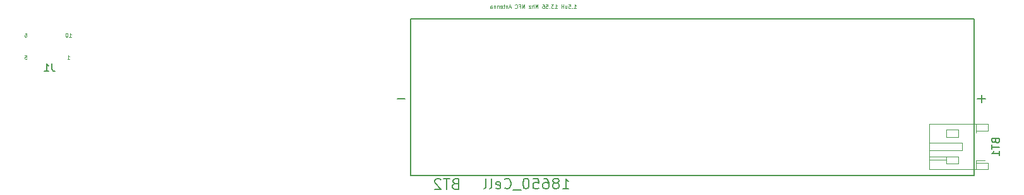
<source format=gbr>
%TF.GenerationSoftware,KiCad,Pcbnew,8.0.2*%
%TF.CreationDate,2024-12-18T00:09:30-05:00*%
%TF.ProjectId,Scoreboard,53636f72-6562-46f6-9172-642e6b696361,rev?*%
%TF.SameCoordinates,Original*%
%TF.FileFunction,Legend,Bot*%
%TF.FilePolarity,Positive*%
%FSLAX46Y46*%
G04 Gerber Fmt 4.6, Leading zero omitted, Abs format (unit mm)*
G04 Created by KiCad (PCBNEW 8.0.2) date 2024-12-18 00:09:30*
%MOMM*%
%LPD*%
G01*
G04 APERTURE LIST*
%ADD10C,0.150000*%
%ADD11C,0.080000*%
%ADD12C,0.075000*%
%ADD13C,0.127000*%
%ADD14C,0.120000*%
G04 APERTURE END LIST*
D10*
X90413333Y-146635819D02*
X90413333Y-147350104D01*
X90413333Y-147350104D02*
X90460952Y-147492961D01*
X90460952Y-147492961D02*
X90556190Y-147588200D01*
X90556190Y-147588200D02*
X90699047Y-147635819D01*
X90699047Y-147635819D02*
X90794285Y-147635819D01*
X89413333Y-147635819D02*
X89984761Y-147635819D01*
X89699047Y-147635819D02*
X89699047Y-146635819D01*
X89699047Y-146635819D02*
X89794285Y-146778676D01*
X89794285Y-146778676D02*
X89889523Y-146873914D01*
X89889523Y-146873914D02*
X89984761Y-146921533D01*
D11*
X92715237Y-143026649D02*
X93000951Y-143026649D01*
X92858094Y-143026649D02*
X92858094Y-142526649D01*
X92858094Y-142526649D02*
X92905713Y-142598078D01*
X92905713Y-142598078D02*
X92953332Y-142645697D01*
X92953332Y-142645697D02*
X93000951Y-142669506D01*
X92405714Y-142526649D02*
X92358095Y-142526649D01*
X92358095Y-142526649D02*
X92310476Y-142550459D01*
X92310476Y-142550459D02*
X92286666Y-142574268D01*
X92286666Y-142574268D02*
X92262857Y-142621887D01*
X92262857Y-142621887D02*
X92239047Y-142717125D01*
X92239047Y-142717125D02*
X92239047Y-142836173D01*
X92239047Y-142836173D02*
X92262857Y-142931411D01*
X92262857Y-142931411D02*
X92286666Y-142979030D01*
X92286666Y-142979030D02*
X92310476Y-143002840D01*
X92310476Y-143002840D02*
X92358095Y-143026649D01*
X92358095Y-143026649D02*
X92405714Y-143026649D01*
X92405714Y-143026649D02*
X92453333Y-143002840D01*
X92453333Y-143002840D02*
X92477142Y-142979030D01*
X92477142Y-142979030D02*
X92500952Y-142931411D01*
X92500952Y-142931411D02*
X92524761Y-142836173D01*
X92524761Y-142836173D02*
X92524761Y-142717125D01*
X92524761Y-142717125D02*
X92500952Y-142621887D01*
X92500952Y-142621887D02*
X92477142Y-142574268D01*
X92477142Y-142574268D02*
X92453333Y-142550459D01*
X92453333Y-142550459D02*
X92405714Y-142526649D01*
X92477142Y-146011149D02*
X92762856Y-146011149D01*
X92619999Y-146011149D02*
X92619999Y-145511149D01*
X92619999Y-145511149D02*
X92667618Y-145582578D01*
X92667618Y-145582578D02*
X92715237Y-145630197D01*
X92715237Y-145630197D02*
X92762856Y-145654006D01*
X86785952Y-145511149D02*
X87024047Y-145511149D01*
X87024047Y-145511149D02*
X87047856Y-145749244D01*
X87047856Y-145749244D02*
X87024047Y-145725435D01*
X87024047Y-145725435D02*
X86976428Y-145701625D01*
X86976428Y-145701625D02*
X86857380Y-145701625D01*
X86857380Y-145701625D02*
X86809761Y-145725435D01*
X86809761Y-145725435D02*
X86785952Y-145749244D01*
X86785952Y-145749244D02*
X86762142Y-145796863D01*
X86762142Y-145796863D02*
X86762142Y-145915911D01*
X86762142Y-145915911D02*
X86785952Y-145963530D01*
X86785952Y-145963530D02*
X86809761Y-145987340D01*
X86809761Y-145987340D02*
X86857380Y-146011149D01*
X86857380Y-146011149D02*
X86976428Y-146011149D01*
X86976428Y-146011149D02*
X87024047Y-145987340D01*
X87024047Y-145987340D02*
X87047856Y-145963530D01*
X86809761Y-142526649D02*
X86904999Y-142526649D01*
X86904999Y-142526649D02*
X86952618Y-142550459D01*
X86952618Y-142550459D02*
X86976428Y-142574268D01*
X86976428Y-142574268D02*
X87024047Y-142645697D01*
X87024047Y-142645697D02*
X87047856Y-142740935D01*
X87047856Y-142740935D02*
X87047856Y-142931411D01*
X87047856Y-142931411D02*
X87024047Y-142979030D01*
X87024047Y-142979030D02*
X87000237Y-143002840D01*
X87000237Y-143002840D02*
X86952618Y-143026649D01*
X86952618Y-143026649D02*
X86857380Y-143026649D01*
X86857380Y-143026649D02*
X86809761Y-143002840D01*
X86809761Y-143002840D02*
X86785952Y-142979030D01*
X86785952Y-142979030D02*
X86762142Y-142931411D01*
X86762142Y-142931411D02*
X86762142Y-142812363D01*
X86762142Y-142812363D02*
X86785952Y-142764744D01*
X86785952Y-142764744D02*
X86809761Y-142740935D01*
X86809761Y-142740935D02*
X86857380Y-142717125D01*
X86857380Y-142717125D02*
X86952618Y-142717125D01*
X86952618Y-142717125D02*
X87000237Y-142740935D01*
X87000237Y-142740935D02*
X87024047Y-142764744D01*
X87024047Y-142764744D02*
X87047856Y-142812363D01*
D10*
X144450000Y-162781533D02*
X144250000Y-162848200D01*
X144250000Y-162848200D02*
X144183333Y-162914866D01*
X144183333Y-162914866D02*
X144116666Y-163048200D01*
X144116666Y-163048200D02*
X144116666Y-163248200D01*
X144116666Y-163248200D02*
X144183333Y-163381533D01*
X144183333Y-163381533D02*
X144250000Y-163448200D01*
X144250000Y-163448200D02*
X144383333Y-163514866D01*
X144383333Y-163514866D02*
X144916666Y-163514866D01*
X144916666Y-163514866D02*
X144916666Y-162114866D01*
X144916666Y-162114866D02*
X144450000Y-162114866D01*
X144450000Y-162114866D02*
X144316666Y-162181533D01*
X144316666Y-162181533D02*
X144250000Y-162248200D01*
X144250000Y-162248200D02*
X144183333Y-162381533D01*
X144183333Y-162381533D02*
X144183333Y-162514866D01*
X144183333Y-162514866D02*
X144250000Y-162648200D01*
X144250000Y-162648200D02*
X144316666Y-162714866D01*
X144316666Y-162714866D02*
X144450000Y-162781533D01*
X144450000Y-162781533D02*
X144916666Y-162781533D01*
X143716666Y-162114866D02*
X142916666Y-162114866D01*
X143316666Y-163514866D02*
X143316666Y-162114866D01*
X142516666Y-162248200D02*
X142449999Y-162181533D01*
X142449999Y-162181533D02*
X142316666Y-162114866D01*
X142316666Y-162114866D02*
X141983333Y-162114866D01*
X141983333Y-162114866D02*
X141849999Y-162181533D01*
X141849999Y-162181533D02*
X141783333Y-162248200D01*
X141783333Y-162248200D02*
X141716666Y-162381533D01*
X141716666Y-162381533D02*
X141716666Y-162514866D01*
X141716666Y-162514866D02*
X141783333Y-162714866D01*
X141783333Y-162714866D02*
X142583333Y-163514866D01*
X142583333Y-163514866D02*
X141716666Y-163514866D01*
X158883332Y-163464866D02*
X159683332Y-163464866D01*
X159283332Y-163464866D02*
X159283332Y-162064866D01*
X159283332Y-162064866D02*
X159416665Y-162264866D01*
X159416665Y-162264866D02*
X159549999Y-162398200D01*
X159549999Y-162398200D02*
X159683332Y-162464866D01*
X158083332Y-162664866D02*
X158216666Y-162598200D01*
X158216666Y-162598200D02*
X158283332Y-162531533D01*
X158283332Y-162531533D02*
X158349999Y-162398200D01*
X158349999Y-162398200D02*
X158349999Y-162331533D01*
X158349999Y-162331533D02*
X158283332Y-162198200D01*
X158283332Y-162198200D02*
X158216666Y-162131533D01*
X158216666Y-162131533D02*
X158083332Y-162064866D01*
X158083332Y-162064866D02*
X157816666Y-162064866D01*
X157816666Y-162064866D02*
X157683332Y-162131533D01*
X157683332Y-162131533D02*
X157616666Y-162198200D01*
X157616666Y-162198200D02*
X157549999Y-162331533D01*
X157549999Y-162331533D02*
X157549999Y-162398200D01*
X157549999Y-162398200D02*
X157616666Y-162531533D01*
X157616666Y-162531533D02*
X157683332Y-162598200D01*
X157683332Y-162598200D02*
X157816666Y-162664866D01*
X157816666Y-162664866D02*
X158083332Y-162664866D01*
X158083332Y-162664866D02*
X158216666Y-162731533D01*
X158216666Y-162731533D02*
X158283332Y-162798200D01*
X158283332Y-162798200D02*
X158349999Y-162931533D01*
X158349999Y-162931533D02*
X158349999Y-163198200D01*
X158349999Y-163198200D02*
X158283332Y-163331533D01*
X158283332Y-163331533D02*
X158216666Y-163398200D01*
X158216666Y-163398200D02*
X158083332Y-163464866D01*
X158083332Y-163464866D02*
X157816666Y-163464866D01*
X157816666Y-163464866D02*
X157683332Y-163398200D01*
X157683332Y-163398200D02*
X157616666Y-163331533D01*
X157616666Y-163331533D02*
X157549999Y-163198200D01*
X157549999Y-163198200D02*
X157549999Y-162931533D01*
X157549999Y-162931533D02*
X157616666Y-162798200D01*
X157616666Y-162798200D02*
X157683332Y-162731533D01*
X157683332Y-162731533D02*
X157816666Y-162664866D01*
X156349999Y-162064866D02*
X156616666Y-162064866D01*
X156616666Y-162064866D02*
X156749999Y-162131533D01*
X156749999Y-162131533D02*
X156816666Y-162198200D01*
X156816666Y-162198200D02*
X156949999Y-162398200D01*
X156949999Y-162398200D02*
X157016666Y-162664866D01*
X157016666Y-162664866D02*
X157016666Y-163198200D01*
X157016666Y-163198200D02*
X156949999Y-163331533D01*
X156949999Y-163331533D02*
X156883333Y-163398200D01*
X156883333Y-163398200D02*
X156749999Y-163464866D01*
X156749999Y-163464866D02*
X156483333Y-163464866D01*
X156483333Y-163464866D02*
X156349999Y-163398200D01*
X156349999Y-163398200D02*
X156283333Y-163331533D01*
X156283333Y-163331533D02*
X156216666Y-163198200D01*
X156216666Y-163198200D02*
X156216666Y-162864866D01*
X156216666Y-162864866D02*
X156283333Y-162731533D01*
X156283333Y-162731533D02*
X156349999Y-162664866D01*
X156349999Y-162664866D02*
X156483333Y-162598200D01*
X156483333Y-162598200D02*
X156749999Y-162598200D01*
X156749999Y-162598200D02*
X156883333Y-162664866D01*
X156883333Y-162664866D02*
X156949999Y-162731533D01*
X156949999Y-162731533D02*
X157016666Y-162864866D01*
X154950000Y-162064866D02*
X155616666Y-162064866D01*
X155616666Y-162064866D02*
X155683333Y-162731533D01*
X155683333Y-162731533D02*
X155616666Y-162664866D01*
X155616666Y-162664866D02*
X155483333Y-162598200D01*
X155483333Y-162598200D02*
X155150000Y-162598200D01*
X155150000Y-162598200D02*
X155016666Y-162664866D01*
X155016666Y-162664866D02*
X154950000Y-162731533D01*
X154950000Y-162731533D02*
X154883333Y-162864866D01*
X154883333Y-162864866D02*
X154883333Y-163198200D01*
X154883333Y-163198200D02*
X154950000Y-163331533D01*
X154950000Y-163331533D02*
X155016666Y-163398200D01*
X155016666Y-163398200D02*
X155150000Y-163464866D01*
X155150000Y-163464866D02*
X155483333Y-163464866D01*
X155483333Y-163464866D02*
X155616666Y-163398200D01*
X155616666Y-163398200D02*
X155683333Y-163331533D01*
X154016667Y-162064866D02*
X153883333Y-162064866D01*
X153883333Y-162064866D02*
X153750000Y-162131533D01*
X153750000Y-162131533D02*
X153683333Y-162198200D01*
X153683333Y-162198200D02*
X153616667Y-162331533D01*
X153616667Y-162331533D02*
X153550000Y-162598200D01*
X153550000Y-162598200D02*
X153550000Y-162931533D01*
X153550000Y-162931533D02*
X153616667Y-163198200D01*
X153616667Y-163198200D02*
X153683333Y-163331533D01*
X153683333Y-163331533D02*
X153750000Y-163398200D01*
X153750000Y-163398200D02*
X153883333Y-163464866D01*
X153883333Y-163464866D02*
X154016667Y-163464866D01*
X154016667Y-163464866D02*
X154150000Y-163398200D01*
X154150000Y-163398200D02*
X154216667Y-163331533D01*
X154216667Y-163331533D02*
X154283333Y-163198200D01*
X154283333Y-163198200D02*
X154350000Y-162931533D01*
X154350000Y-162931533D02*
X154350000Y-162598200D01*
X154350000Y-162598200D02*
X154283333Y-162331533D01*
X154283333Y-162331533D02*
X154216667Y-162198200D01*
X154216667Y-162198200D02*
X154150000Y-162131533D01*
X154150000Y-162131533D02*
X154016667Y-162064866D01*
X153283334Y-163598200D02*
X152216667Y-163598200D01*
X151083333Y-163331533D02*
X151150000Y-163398200D01*
X151150000Y-163398200D02*
X151350000Y-163464866D01*
X151350000Y-163464866D02*
X151483333Y-163464866D01*
X151483333Y-163464866D02*
X151683333Y-163398200D01*
X151683333Y-163398200D02*
X151816667Y-163264866D01*
X151816667Y-163264866D02*
X151883333Y-163131533D01*
X151883333Y-163131533D02*
X151950000Y-162864866D01*
X151950000Y-162864866D02*
X151950000Y-162664866D01*
X151950000Y-162664866D02*
X151883333Y-162398200D01*
X151883333Y-162398200D02*
X151816667Y-162264866D01*
X151816667Y-162264866D02*
X151683333Y-162131533D01*
X151683333Y-162131533D02*
X151483333Y-162064866D01*
X151483333Y-162064866D02*
X151350000Y-162064866D01*
X151350000Y-162064866D02*
X151150000Y-162131533D01*
X151150000Y-162131533D02*
X151083333Y-162198200D01*
X149950000Y-163398200D02*
X150083333Y-163464866D01*
X150083333Y-163464866D02*
X150350000Y-163464866D01*
X150350000Y-163464866D02*
X150483333Y-163398200D01*
X150483333Y-163398200D02*
X150550000Y-163264866D01*
X150550000Y-163264866D02*
X150550000Y-162731533D01*
X150550000Y-162731533D02*
X150483333Y-162598200D01*
X150483333Y-162598200D02*
X150350000Y-162531533D01*
X150350000Y-162531533D02*
X150083333Y-162531533D01*
X150083333Y-162531533D02*
X149950000Y-162598200D01*
X149950000Y-162598200D02*
X149883333Y-162731533D01*
X149883333Y-162731533D02*
X149883333Y-162864866D01*
X149883333Y-162864866D02*
X150550000Y-162998200D01*
X149083333Y-163464866D02*
X149216667Y-163398200D01*
X149216667Y-163398200D02*
X149283333Y-163264866D01*
X149283333Y-163264866D02*
X149283333Y-162064866D01*
X148350000Y-163464866D02*
X148483334Y-163398200D01*
X148483334Y-163398200D02*
X148550000Y-163264866D01*
X148550000Y-163264866D02*
X148550000Y-162064866D01*
X215533332Y-151331533D02*
X214466666Y-151331533D01*
X214999999Y-151864866D02*
X214999999Y-150798200D01*
X137733332Y-151331533D02*
X136666666Y-151331533D01*
D12*
X160352378Y-139159909D02*
X160638092Y-139159909D01*
X160495235Y-139159909D02*
X160495235Y-138659909D01*
X160495235Y-138659909D02*
X160542854Y-138731338D01*
X160542854Y-138731338D02*
X160590473Y-138778957D01*
X160590473Y-138778957D02*
X160638092Y-138802766D01*
X160138093Y-139112290D02*
X160114283Y-139136100D01*
X160114283Y-139136100D02*
X160138093Y-139159909D01*
X160138093Y-139159909D02*
X160161902Y-139136100D01*
X160161902Y-139136100D02*
X160138093Y-139112290D01*
X160138093Y-139112290D02*
X160138093Y-139159909D01*
X159661903Y-138659909D02*
X159899998Y-138659909D01*
X159899998Y-138659909D02*
X159923807Y-138898004D01*
X159923807Y-138898004D02*
X159899998Y-138874195D01*
X159899998Y-138874195D02*
X159852379Y-138850385D01*
X159852379Y-138850385D02*
X159733331Y-138850385D01*
X159733331Y-138850385D02*
X159685712Y-138874195D01*
X159685712Y-138874195D02*
X159661903Y-138898004D01*
X159661903Y-138898004D02*
X159638093Y-138945623D01*
X159638093Y-138945623D02*
X159638093Y-139064671D01*
X159638093Y-139064671D02*
X159661903Y-139112290D01*
X159661903Y-139112290D02*
X159685712Y-139136100D01*
X159685712Y-139136100D02*
X159733331Y-139159909D01*
X159733331Y-139159909D02*
X159852379Y-139159909D01*
X159852379Y-139159909D02*
X159899998Y-139136100D01*
X159899998Y-139136100D02*
X159923807Y-139112290D01*
X159209522Y-138826576D02*
X159209522Y-139159909D01*
X159423808Y-138826576D02*
X159423808Y-139088480D01*
X159423808Y-139088480D02*
X159399998Y-139136100D01*
X159399998Y-139136100D02*
X159352379Y-139159909D01*
X159352379Y-139159909D02*
X159280951Y-139159909D01*
X159280951Y-139159909D02*
X159233332Y-139136100D01*
X159233332Y-139136100D02*
X159209522Y-139112290D01*
X158971427Y-139159909D02*
X158971427Y-138659909D01*
X158971427Y-138898004D02*
X158685713Y-138898004D01*
X158685713Y-139159909D02*
X158685713Y-138659909D01*
X157804760Y-139159909D02*
X158090474Y-139159909D01*
X157947617Y-139159909D02*
X157947617Y-138659909D01*
X157947617Y-138659909D02*
X157995236Y-138731338D01*
X157995236Y-138731338D02*
X158042855Y-138778957D01*
X158042855Y-138778957D02*
X158090474Y-138802766D01*
X157638094Y-138659909D02*
X157328570Y-138659909D01*
X157328570Y-138659909D02*
X157495237Y-138850385D01*
X157495237Y-138850385D02*
X157423808Y-138850385D01*
X157423808Y-138850385D02*
X157376189Y-138874195D01*
X157376189Y-138874195D02*
X157352380Y-138898004D01*
X157352380Y-138898004D02*
X157328570Y-138945623D01*
X157328570Y-138945623D02*
X157328570Y-139064671D01*
X157328570Y-139064671D02*
X157352380Y-139112290D01*
X157352380Y-139112290D02*
X157376189Y-139136100D01*
X157376189Y-139136100D02*
X157423808Y-139159909D01*
X157423808Y-139159909D02*
X157566665Y-139159909D01*
X157566665Y-139159909D02*
X157614284Y-139136100D01*
X157614284Y-139136100D02*
X157638094Y-139112290D01*
X157114285Y-139112290D02*
X157090475Y-139136100D01*
X157090475Y-139136100D02*
X157114285Y-139159909D01*
X157114285Y-139159909D02*
X157138094Y-139136100D01*
X157138094Y-139136100D02*
X157114285Y-139112290D01*
X157114285Y-139112290D02*
X157114285Y-139159909D01*
X156638095Y-138659909D02*
X156876190Y-138659909D01*
X156876190Y-138659909D02*
X156899999Y-138898004D01*
X156899999Y-138898004D02*
X156876190Y-138874195D01*
X156876190Y-138874195D02*
X156828571Y-138850385D01*
X156828571Y-138850385D02*
X156709523Y-138850385D01*
X156709523Y-138850385D02*
X156661904Y-138874195D01*
X156661904Y-138874195D02*
X156638095Y-138898004D01*
X156638095Y-138898004D02*
X156614285Y-138945623D01*
X156614285Y-138945623D02*
X156614285Y-139064671D01*
X156614285Y-139064671D02*
X156638095Y-139112290D01*
X156638095Y-139112290D02*
X156661904Y-139136100D01*
X156661904Y-139136100D02*
X156709523Y-139159909D01*
X156709523Y-139159909D02*
X156828571Y-139159909D01*
X156828571Y-139159909D02*
X156876190Y-139136100D01*
X156876190Y-139136100D02*
X156899999Y-139112290D01*
X156185714Y-138659909D02*
X156280952Y-138659909D01*
X156280952Y-138659909D02*
X156328571Y-138683719D01*
X156328571Y-138683719D02*
X156352381Y-138707528D01*
X156352381Y-138707528D02*
X156400000Y-138778957D01*
X156400000Y-138778957D02*
X156423809Y-138874195D01*
X156423809Y-138874195D02*
X156423809Y-139064671D01*
X156423809Y-139064671D02*
X156400000Y-139112290D01*
X156400000Y-139112290D02*
X156376190Y-139136100D01*
X156376190Y-139136100D02*
X156328571Y-139159909D01*
X156328571Y-139159909D02*
X156233333Y-139159909D01*
X156233333Y-139159909D02*
X156185714Y-139136100D01*
X156185714Y-139136100D02*
X156161905Y-139112290D01*
X156161905Y-139112290D02*
X156138095Y-139064671D01*
X156138095Y-139064671D02*
X156138095Y-138945623D01*
X156138095Y-138945623D02*
X156161905Y-138898004D01*
X156161905Y-138898004D02*
X156185714Y-138874195D01*
X156185714Y-138874195D02*
X156233333Y-138850385D01*
X156233333Y-138850385D02*
X156328571Y-138850385D01*
X156328571Y-138850385D02*
X156376190Y-138874195D01*
X156376190Y-138874195D02*
X156400000Y-138898004D01*
X156400000Y-138898004D02*
X156423809Y-138945623D01*
X155542858Y-139159909D02*
X155542858Y-138659909D01*
X155542858Y-138659909D02*
X155376191Y-139017052D01*
X155376191Y-139017052D02*
X155209525Y-138659909D01*
X155209525Y-138659909D02*
X155209525Y-139159909D01*
X154971429Y-139159909D02*
X154971429Y-138659909D01*
X154757143Y-139159909D02*
X154757143Y-138898004D01*
X154757143Y-138898004D02*
X154780953Y-138850385D01*
X154780953Y-138850385D02*
X154828572Y-138826576D01*
X154828572Y-138826576D02*
X154900000Y-138826576D01*
X154900000Y-138826576D02*
X154947619Y-138850385D01*
X154947619Y-138850385D02*
X154971429Y-138874195D01*
X154566667Y-138826576D02*
X154304762Y-138826576D01*
X154304762Y-138826576D02*
X154566667Y-139159909D01*
X154566667Y-139159909D02*
X154304762Y-139159909D01*
X153733334Y-139159909D02*
X153733334Y-138659909D01*
X153733334Y-138659909D02*
X153447620Y-139159909D01*
X153447620Y-139159909D02*
X153447620Y-138659909D01*
X153042857Y-138898004D02*
X153209524Y-138898004D01*
X153209524Y-139159909D02*
X153209524Y-138659909D01*
X153209524Y-138659909D02*
X152971429Y-138659909D01*
X152495239Y-139112290D02*
X152519048Y-139136100D01*
X152519048Y-139136100D02*
X152590477Y-139159909D01*
X152590477Y-139159909D02*
X152638096Y-139159909D01*
X152638096Y-139159909D02*
X152709524Y-139136100D01*
X152709524Y-139136100D02*
X152757143Y-139088480D01*
X152757143Y-139088480D02*
X152780953Y-139040861D01*
X152780953Y-139040861D02*
X152804762Y-138945623D01*
X152804762Y-138945623D02*
X152804762Y-138874195D01*
X152804762Y-138874195D02*
X152780953Y-138778957D01*
X152780953Y-138778957D02*
X152757143Y-138731338D01*
X152757143Y-138731338D02*
X152709524Y-138683719D01*
X152709524Y-138683719D02*
X152638096Y-138659909D01*
X152638096Y-138659909D02*
X152590477Y-138659909D01*
X152590477Y-138659909D02*
X152519048Y-138683719D01*
X152519048Y-138683719D02*
X152495239Y-138707528D01*
X151923810Y-139017052D02*
X151685715Y-139017052D01*
X151971429Y-139159909D02*
X151804763Y-138659909D01*
X151804763Y-138659909D02*
X151638096Y-139159909D01*
X151471430Y-138826576D02*
X151471430Y-139159909D01*
X151471430Y-138874195D02*
X151447620Y-138850385D01*
X151447620Y-138850385D02*
X151400001Y-138826576D01*
X151400001Y-138826576D02*
X151328573Y-138826576D01*
X151328573Y-138826576D02*
X151280954Y-138850385D01*
X151280954Y-138850385D02*
X151257144Y-138898004D01*
X151257144Y-138898004D02*
X151257144Y-139159909D01*
X151090477Y-138826576D02*
X150900001Y-138826576D01*
X151019049Y-138659909D02*
X151019049Y-139088480D01*
X151019049Y-139088480D02*
X150995239Y-139136100D01*
X150995239Y-139136100D02*
X150947620Y-139159909D01*
X150947620Y-139159909D02*
X150900001Y-139159909D01*
X150542859Y-139136100D02*
X150590478Y-139159909D01*
X150590478Y-139159909D02*
X150685716Y-139159909D01*
X150685716Y-139159909D02*
X150733335Y-139136100D01*
X150733335Y-139136100D02*
X150757144Y-139088480D01*
X150757144Y-139088480D02*
X150757144Y-138898004D01*
X150757144Y-138898004D02*
X150733335Y-138850385D01*
X150733335Y-138850385D02*
X150685716Y-138826576D01*
X150685716Y-138826576D02*
X150590478Y-138826576D01*
X150590478Y-138826576D02*
X150542859Y-138850385D01*
X150542859Y-138850385D02*
X150519049Y-138898004D01*
X150519049Y-138898004D02*
X150519049Y-138945623D01*
X150519049Y-138945623D02*
X150757144Y-138993242D01*
X150304764Y-138826576D02*
X150304764Y-139159909D01*
X150304764Y-138874195D02*
X150280954Y-138850385D01*
X150280954Y-138850385D02*
X150233335Y-138826576D01*
X150233335Y-138826576D02*
X150161907Y-138826576D01*
X150161907Y-138826576D02*
X150114288Y-138850385D01*
X150114288Y-138850385D02*
X150090478Y-138898004D01*
X150090478Y-138898004D02*
X150090478Y-139159909D01*
X149852383Y-138826576D02*
X149852383Y-139159909D01*
X149852383Y-138874195D02*
X149828573Y-138850385D01*
X149828573Y-138850385D02*
X149780954Y-138826576D01*
X149780954Y-138826576D02*
X149709526Y-138826576D01*
X149709526Y-138826576D02*
X149661907Y-138850385D01*
X149661907Y-138850385D02*
X149638097Y-138898004D01*
X149638097Y-138898004D02*
X149638097Y-139159909D01*
X149185716Y-139159909D02*
X149185716Y-138898004D01*
X149185716Y-138898004D02*
X149209526Y-138850385D01*
X149209526Y-138850385D02*
X149257145Y-138826576D01*
X149257145Y-138826576D02*
X149352383Y-138826576D01*
X149352383Y-138826576D02*
X149400002Y-138850385D01*
X149185716Y-139136100D02*
X149233335Y-139159909D01*
X149233335Y-139159909D02*
X149352383Y-139159909D01*
X149352383Y-139159909D02*
X149400002Y-139136100D01*
X149400002Y-139136100D02*
X149423811Y-139088480D01*
X149423811Y-139088480D02*
X149423811Y-139040861D01*
X149423811Y-139040861D02*
X149400002Y-138993242D01*
X149400002Y-138993242D02*
X149352383Y-138969433D01*
X149352383Y-138969433D02*
X149233335Y-138969433D01*
X149233335Y-138969433D02*
X149185716Y-138945623D01*
D10*
X216856009Y-157014285D02*
X216903628Y-157157142D01*
X216903628Y-157157142D02*
X216951247Y-157204761D01*
X216951247Y-157204761D02*
X217046485Y-157252380D01*
X217046485Y-157252380D02*
X217189342Y-157252380D01*
X217189342Y-157252380D02*
X217284580Y-157204761D01*
X217284580Y-157204761D02*
X217332200Y-157157142D01*
X217332200Y-157157142D02*
X217379819Y-157061904D01*
X217379819Y-157061904D02*
X217379819Y-156680952D01*
X217379819Y-156680952D02*
X216379819Y-156680952D01*
X216379819Y-156680952D02*
X216379819Y-157014285D01*
X216379819Y-157014285D02*
X216427438Y-157109523D01*
X216427438Y-157109523D02*
X216475057Y-157157142D01*
X216475057Y-157157142D02*
X216570295Y-157204761D01*
X216570295Y-157204761D02*
X216665533Y-157204761D01*
X216665533Y-157204761D02*
X216760771Y-157157142D01*
X216760771Y-157157142D02*
X216808390Y-157109523D01*
X216808390Y-157109523D02*
X216856009Y-157014285D01*
X216856009Y-157014285D02*
X216856009Y-156680952D01*
X216379819Y-157538095D02*
X216379819Y-158109523D01*
X217379819Y-157823809D02*
X216379819Y-157823809D01*
X217379819Y-158966666D02*
X217379819Y-158395238D01*
X217379819Y-158680952D02*
X216379819Y-158680952D01*
X216379819Y-158680952D02*
X216522676Y-158585714D01*
X216522676Y-158585714D02*
X216617914Y-158490476D01*
X216617914Y-158490476D02*
X216665533Y-158395238D01*
D13*
%TO.C,BT2*%
X138450000Y-140575000D02*
X214050000Y-140575000D01*
X138450000Y-161675000D02*
X138450000Y-140575000D01*
X214050000Y-140575000D02*
X214050000Y-161675000D01*
X214050000Y-161675000D02*
X138500000Y-161675000D01*
D14*
%TO.C,BT1*%
X208015000Y-154740000D02*
X215835000Y-154740000D01*
X208015000Y-158300000D02*
X212375000Y-158300000D01*
X208015000Y-160860000D02*
X208015000Y-154740000D01*
X210275000Y-155500000D02*
X210275000Y-156500000D01*
X210275000Y-156500000D02*
X211875000Y-156500000D01*
X210275000Y-159100000D02*
X208015000Y-159100000D01*
X210275000Y-159100000D02*
X211875000Y-159100000D01*
X210275000Y-159600000D02*
X208015000Y-159600000D01*
X210275000Y-160100000D02*
X210275000Y-159100000D01*
X211875000Y-155500000D02*
X210275000Y-155500000D01*
X211875000Y-156500000D02*
X211875000Y-155500000D01*
X211875000Y-159100000D02*
X211875000Y-160100000D01*
X211875000Y-160100000D02*
X210275000Y-160100000D01*
X212375000Y-157300000D02*
X208015000Y-157300000D01*
X212375000Y-158300000D02*
X212375000Y-157300000D01*
X214235000Y-154740000D02*
X214235000Y-155660000D01*
X214235000Y-155660000D02*
X214235000Y-155940000D01*
X214235000Y-159660000D02*
X214235000Y-159940000D01*
X214235000Y-159660000D02*
X215450000Y-159660000D01*
X214235000Y-159940000D02*
X215835000Y-159940000D01*
X214235000Y-160860000D02*
X214235000Y-159940000D01*
X215835000Y-154740000D02*
X215835000Y-155660000D01*
X215835000Y-155660000D02*
X214235000Y-155660000D01*
X215835000Y-159940000D02*
X215835000Y-160860000D01*
X215835000Y-160860000D02*
X208015000Y-160860000D01*
%TD*%
M02*

</source>
